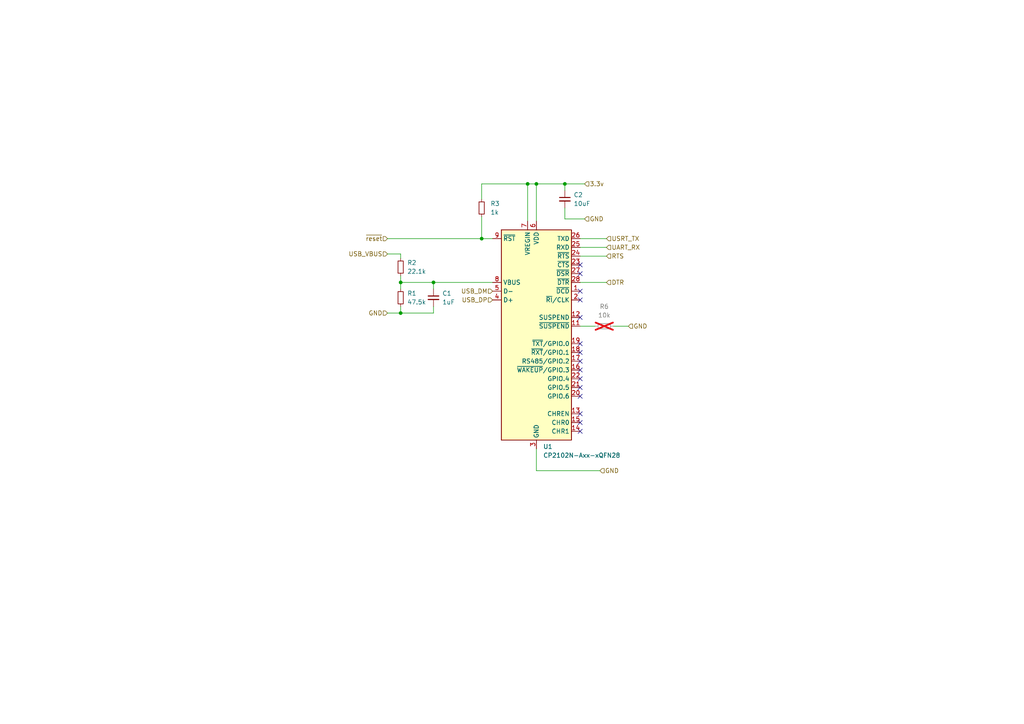
<source format=kicad_sch>
(kicad_sch (version 20230121) (generator eeschema)

  (uuid 1895faed-13c7-4877-930c-ef39a1d7419c)

  (paper "A4")

  (lib_symbols
    (symbol "Device:C_Small" (pin_numbers hide) (pin_names (offset 0.254) hide) (in_bom yes) (on_board yes)
      (property "Reference" "C" (at 0.254 1.778 0)
        (effects (font (size 1.27 1.27)) (justify left))
      )
      (property "Value" "C_Small" (at 0.254 -2.032 0)
        (effects (font (size 1.27 1.27)) (justify left))
      )
      (property "Footprint" "" (at 0 0 0)
        (effects (font (size 1.27 1.27)) hide)
      )
      (property "Datasheet" "~" (at 0 0 0)
        (effects (font (size 1.27 1.27)) hide)
      )
      (property "ki_keywords" "capacitor cap" (at 0 0 0)
        (effects (font (size 1.27 1.27)) hide)
      )
      (property "ki_description" "Unpolarized capacitor, small symbol" (at 0 0 0)
        (effects (font (size 1.27 1.27)) hide)
      )
      (property "ki_fp_filters" "C_*" (at 0 0 0)
        (effects (font (size 1.27 1.27)) hide)
      )
      (symbol "C_Small_0_1"
        (polyline
          (pts
            (xy -1.524 -0.508)
            (xy 1.524 -0.508)
          )
          (stroke (width 0.3302) (type default))
          (fill (type none))
        )
        (polyline
          (pts
            (xy -1.524 0.508)
            (xy 1.524 0.508)
          )
          (stroke (width 0.3048) (type default))
          (fill (type none))
        )
      )
      (symbol "C_Small_1_1"
        (pin passive line (at 0 2.54 270) (length 2.032)
          (name "~" (effects (font (size 1.27 1.27))))
          (number "1" (effects (font (size 1.27 1.27))))
        )
        (pin passive line (at 0 -2.54 90) (length 2.032)
          (name "~" (effects (font (size 1.27 1.27))))
          (number "2" (effects (font (size 1.27 1.27))))
        )
      )
    )
    (symbol "Device:R_Small" (pin_numbers hide) (pin_names (offset 0.254) hide) (in_bom yes) (on_board yes)
      (property "Reference" "R" (at 0.762 0.508 0)
        (effects (font (size 1.27 1.27)) (justify left))
      )
      (property "Value" "R_Small" (at 0.762 -1.016 0)
        (effects (font (size 1.27 1.27)) (justify left))
      )
      (property "Footprint" "" (at 0 0 0)
        (effects (font (size 1.27 1.27)) hide)
      )
      (property "Datasheet" "~" (at 0 0 0)
        (effects (font (size 1.27 1.27)) hide)
      )
      (property "ki_keywords" "R resistor" (at 0 0 0)
        (effects (font (size 1.27 1.27)) hide)
      )
      (property "ki_description" "Resistor, small symbol" (at 0 0 0)
        (effects (font (size 1.27 1.27)) hide)
      )
      (property "ki_fp_filters" "R_*" (at 0 0 0)
        (effects (font (size 1.27 1.27)) hide)
      )
      (symbol "R_Small_0_1"
        (rectangle (start -0.762 1.778) (end 0.762 -1.778)
          (stroke (width 0.2032) (type default))
          (fill (type none))
        )
      )
      (symbol "R_Small_1_1"
        (pin passive line (at 0 2.54 270) (length 0.762)
          (name "~" (effects (font (size 1.27 1.27))))
          (number "1" (effects (font (size 1.27 1.27))))
        )
        (pin passive line (at 0 -2.54 90) (length 0.762)
          (name "~" (effects (font (size 1.27 1.27))))
          (number "2" (effects (font (size 1.27 1.27))))
        )
      )
    )
    (symbol "Interface_USB:CP2102N-Axx-xQFN28" (in_bom yes) (on_board yes)
      (property "Reference" "U" (at -8.89 31.75 0)
        (effects (font (size 1.27 1.27)))
      )
      (property "Value" "CP2102N-Axx-xQFN28" (at 12.7 31.75 0)
        (effects (font (size 1.27 1.27)))
      )
      (property "Footprint" "Package_DFN_QFN:QFN-28-1EP_5x5mm_P0.5mm_EP3.35x3.35mm" (at 33.02 -31.75 0)
        (effects (font (size 1.27 1.27)) hide)
      )
      (property "Datasheet" "https://www.silabs.com/documents/public/data-sheets/cp2102n-datasheet.pdf" (at 1.27 -19.05 0)
        (effects (font (size 1.27 1.27)) hide)
      )
      (property "ki_keywords" "USB UART bridge" (at 0 0 0)
        (effects (font (size 1.27 1.27)) hide)
      )
      (property "ki_description" "USB to UART master bridge, QFN-28" (at 0 0 0)
        (effects (font (size 1.27 1.27)) hide)
      )
      (property "ki_fp_filters" "QFN*1EP*5x5mm*P0.5mm*" (at 0 0 0)
        (effects (font (size 1.27 1.27)) hide)
      )
      (symbol "CP2102N-Axx-xQFN28_0_1"
        (rectangle (start -10.16 30.48) (end 10.16 -30.48)
          (stroke (width 0.254) (type default))
          (fill (type background))
        )
      )
      (symbol "CP2102N-Axx-xQFN28_1_1"
        (pin input line (at 12.7 12.7 180) (length 2.54)
          (name "~{DCD}" (effects (font (size 1.27 1.27))))
          (number "1" (effects (font (size 1.27 1.27))))
        )
        (pin no_connect line (at -10.16 -27.94 0) (length 2.54) hide
          (name "NC" (effects (font (size 1.27 1.27))))
          (number "10" (effects (font (size 1.27 1.27))))
        )
        (pin output line (at 12.7 2.54 180) (length 2.54)
          (name "~{SUSPEND}" (effects (font (size 1.27 1.27))))
          (number "11" (effects (font (size 1.27 1.27))))
        )
        (pin output line (at 12.7 5.08 180) (length 2.54)
          (name "SUSPEND" (effects (font (size 1.27 1.27))))
          (number "12" (effects (font (size 1.27 1.27))))
        )
        (pin output line (at 12.7 -22.86 180) (length 2.54)
          (name "CHREN" (effects (font (size 1.27 1.27))))
          (number "13" (effects (font (size 1.27 1.27))))
        )
        (pin output line (at 12.7 -27.94 180) (length 2.54)
          (name "CHR1" (effects (font (size 1.27 1.27))))
          (number "14" (effects (font (size 1.27 1.27))))
        )
        (pin output line (at 12.7 -25.4 180) (length 2.54)
          (name "CHR0" (effects (font (size 1.27 1.27))))
          (number "15" (effects (font (size 1.27 1.27))))
        )
        (pin bidirectional line (at 12.7 -10.16 180) (length 2.54)
          (name "~{WAKEUP}/GPIO.3" (effects (font (size 1.27 1.27))))
          (number "16" (effects (font (size 1.27 1.27))))
        )
        (pin bidirectional line (at 12.7 -7.62 180) (length 2.54)
          (name "RS485/GPIO.2" (effects (font (size 1.27 1.27))))
          (number "17" (effects (font (size 1.27 1.27))))
        )
        (pin bidirectional line (at 12.7 -5.08 180) (length 2.54)
          (name "~{RXT}/GPIO.1" (effects (font (size 1.27 1.27))))
          (number "18" (effects (font (size 1.27 1.27))))
        )
        (pin bidirectional line (at 12.7 -2.54 180) (length 2.54)
          (name "~{TXT}/GPIO.0" (effects (font (size 1.27 1.27))))
          (number "19" (effects (font (size 1.27 1.27))))
        )
        (pin bidirectional line (at 12.7 10.16 180) (length 2.54)
          (name "~{RI}/CLK" (effects (font (size 1.27 1.27))))
          (number "2" (effects (font (size 1.27 1.27))))
        )
        (pin bidirectional line (at 12.7 -17.78 180) (length 2.54)
          (name "GPIO.6" (effects (font (size 1.27 1.27))))
          (number "20" (effects (font (size 1.27 1.27))))
        )
        (pin bidirectional line (at 12.7 -15.24 180) (length 2.54)
          (name "GPIO.5" (effects (font (size 1.27 1.27))))
          (number "21" (effects (font (size 1.27 1.27))))
        )
        (pin bidirectional line (at 12.7 -12.7 180) (length 2.54)
          (name "GPIO.4" (effects (font (size 1.27 1.27))))
          (number "22" (effects (font (size 1.27 1.27))))
        )
        (pin input line (at 12.7 20.32 180) (length 2.54)
          (name "~{CTS}" (effects (font (size 1.27 1.27))))
          (number "23" (effects (font (size 1.27 1.27))))
        )
        (pin output line (at 12.7 22.86 180) (length 2.54)
          (name "~{RTS}" (effects (font (size 1.27 1.27))))
          (number "24" (effects (font (size 1.27 1.27))))
        )
        (pin input line (at 12.7 25.4 180) (length 2.54)
          (name "RXD" (effects (font (size 1.27 1.27))))
          (number "25" (effects (font (size 1.27 1.27))))
        )
        (pin output line (at 12.7 27.94 180) (length 2.54)
          (name "TXD" (effects (font (size 1.27 1.27))))
          (number "26" (effects (font (size 1.27 1.27))))
        )
        (pin input line (at 12.7 17.78 180) (length 2.54)
          (name "~{DSR}" (effects (font (size 1.27 1.27))))
          (number "27" (effects (font (size 1.27 1.27))))
        )
        (pin output line (at 12.7 15.24 180) (length 2.54)
          (name "~{DTR}" (effects (font (size 1.27 1.27))))
          (number "28" (effects (font (size 1.27 1.27))))
        )
        (pin passive line (at 0 -33.02 90) (length 2.54) hide
          (name "GND" (effects (font (size 1.27 1.27))))
          (number "29" (effects (font (size 1.27 1.27))))
        )
        (pin power_in line (at 0 -33.02 90) (length 2.54)
          (name "GND" (effects (font (size 1.27 1.27))))
          (number "3" (effects (font (size 1.27 1.27))))
        )
        (pin bidirectional line (at -12.7 10.16 0) (length 2.54)
          (name "D+" (effects (font (size 1.27 1.27))))
          (number "4" (effects (font (size 1.27 1.27))))
        )
        (pin bidirectional line (at -12.7 12.7 0) (length 2.54)
          (name "D-" (effects (font (size 1.27 1.27))))
          (number "5" (effects (font (size 1.27 1.27))))
        )
        (pin power_in line (at 0 33.02 270) (length 2.54)
          (name "VDD" (effects (font (size 1.27 1.27))))
          (number "6" (effects (font (size 1.27 1.27))))
        )
        (pin power_in line (at -2.54 33.02 270) (length 2.54)
          (name "VREGIN" (effects (font (size 1.27 1.27))))
          (number "7" (effects (font (size 1.27 1.27))))
        )
        (pin input line (at -12.7 15.24 0) (length 2.54)
          (name "VBUS" (effects (font (size 1.27 1.27))))
          (number "8" (effects (font (size 1.27 1.27))))
        )
        (pin input line (at -12.7 27.94 0) (length 2.54)
          (name "~{RST}" (effects (font (size 1.27 1.27))))
          (number "9" (effects (font (size 1.27 1.27))))
        )
      )
    )
  )

  (junction (at 116.205 81.915) (diameter 0) (color 0 0 0 0)
    (uuid 0ce0c7a5-cbca-4dab-a063-443e3e5e765c)
  )
  (junction (at 116.205 90.805) (diameter 0) (color 0 0 0 0)
    (uuid 4cfa0c5c-a1f4-4edf-9d59-bd2783c8fa58)
  )
  (junction (at 125.73 81.915) (diameter 0) (color 0 0 0 0)
    (uuid 778f9fd3-1507-4c68-8a94-406a4c7c22ab)
  )
  (junction (at 155.575 53.34) (diameter 0) (color 0 0 0 0)
    (uuid 8ba9a772-e00b-4d26-bca4-ee6b92e37db7)
  )
  (junction (at 153.035 53.34) (diameter 0) (color 0 0 0 0)
    (uuid f195bc0a-a351-49eb-bca3-44d5f24b668e)
  )
  (junction (at 163.83 53.34) (diameter 0) (color 0 0 0 0)
    (uuid f7c6060c-d605-459e-a5c1-fc95aa433aba)
  )
  (junction (at 139.7 69.215) (diameter 0) (color 0 0 0 0)
    (uuid f82b53e8-f49c-4b65-aaf9-f6cdf40cea45)
  )

  (no_connect (at 168.275 86.995) (uuid 0d851dce-f6a4-4d0e-8abe-3b549ad34319))
  (no_connect (at 168.275 79.375) (uuid 2278c544-bce3-499d-a7e5-3286880d8a25))
  (no_connect (at 168.275 114.935) (uuid 52ea310d-43d1-43b8-bc9a-0c90eb5aa91b))
  (no_connect (at 168.275 112.395) (uuid 5b115c6f-bc41-4775-91fd-dd5c35c17fde))
  (no_connect (at 168.275 107.315) (uuid 5f2f0a93-3000-4d9d-98a3-7d37f98d93fb))
  (no_connect (at 168.275 76.835) (uuid 735b75f4-27de-4596-8012-d551e8c6c432))
  (no_connect (at 168.275 102.235) (uuid 8af7cef5-b139-4ed3-94f2-c761c2099924))
  (no_connect (at 168.275 109.855) (uuid 9031994d-6dd6-4172-8531-a7fe000fc0d0))
  (no_connect (at 168.275 99.695) (uuid 9a384fcd-915c-413e-aaf8-4ceec81bd8bb))
  (no_connect (at 168.275 92.075) (uuid c56dcccd-dcd7-49e3-a80b-d6ef83ffd048))
  (no_connect (at 168.275 125.095) (uuid c601ba25-88c6-45a4-bc98-8aa5654e96a8))
  (no_connect (at 168.275 120.015) (uuid dfb86b86-0008-4f5f-a195-14473bf02f1f))
  (no_connect (at 168.275 122.555) (uuid eb291df7-cd83-409f-a6eb-dfe6c2870854))
  (no_connect (at 168.275 84.455) (uuid ec887b1a-f21e-4351-acb9-8636851134d5))
  (no_connect (at 168.275 104.775) (uuid fc53e9c3-33fc-488d-9f8c-90d2d86b0149))

  (wire (pts (xy 168.275 71.755) (xy 175.895 71.755))
    (stroke (width 0) (type default))
    (uuid 15ac89b2-2341-40b7-8bbd-7c80d136cf8a)
  )
  (wire (pts (xy 116.205 81.915) (xy 116.205 83.82))
    (stroke (width 0) (type default))
    (uuid 1fc357b7-71c9-42f6-86aa-dcfa353c5d30)
  )
  (wire (pts (xy 116.205 88.9) (xy 116.205 90.805))
    (stroke (width 0) (type default))
    (uuid 2115f323-dd4c-44e4-933e-b6a6adb7f3da)
  )
  (wire (pts (xy 153.035 53.34) (xy 155.575 53.34))
    (stroke (width 0) (type default))
    (uuid 269d7bdc-2a93-4371-b9f5-dc40ada3e1b5)
  )
  (wire (pts (xy 116.205 90.805) (xy 125.73 90.805))
    (stroke (width 0) (type default))
    (uuid 2c1eb157-ef04-44e4-b47c-b82f901c3731)
  )
  (wire (pts (xy 155.575 53.34) (xy 155.575 64.135))
    (stroke (width 0) (type default))
    (uuid 2e676a86-b51b-4515-ba2e-8af9c3d2c9b8)
  )
  (wire (pts (xy 112.395 73.66) (xy 116.205 73.66))
    (stroke (width 0) (type default))
    (uuid 351019d2-e532-4766-8c87-85ab9131bd0e)
  )
  (wire (pts (xy 139.7 69.215) (xy 142.875 69.215))
    (stroke (width 0) (type default))
    (uuid 3914febb-7050-4139-a0bc-52f3f6e7b781)
  )
  (wire (pts (xy 177.8 94.615) (xy 182.245 94.615))
    (stroke (width 0) (type default))
    (uuid 3b3aa545-7601-4146-a17f-54e210509b9a)
  )
  (wire (pts (xy 142.875 81.915) (xy 125.73 81.915))
    (stroke (width 0) (type default))
    (uuid 3f3877d9-41eb-4359-8864-e35d7a645de5)
  )
  (wire (pts (xy 168.275 81.915) (xy 175.895 81.915))
    (stroke (width 0) (type default))
    (uuid 49ea87bf-b6e5-42c5-9b0c-c4758f2b5aa2)
  )
  (wire (pts (xy 112.395 69.215) (xy 139.7 69.215))
    (stroke (width 0) (type default))
    (uuid 4dbde7f2-cd8c-472e-9f7c-75c04021dc9a)
  )
  (wire (pts (xy 168.275 74.295) (xy 175.895 74.295))
    (stroke (width 0) (type default))
    (uuid 4e702fc8-c826-41e2-b155-ce0908b2b1ce)
  )
  (wire (pts (xy 163.83 53.34) (xy 163.83 55.245))
    (stroke (width 0) (type default))
    (uuid 51afdf67-51d3-4311-8174-081a61a98c0e)
  )
  (wire (pts (xy 168.275 94.615) (xy 172.72 94.615))
    (stroke (width 0) (type default))
    (uuid 63003110-3a70-4440-9e1e-b66a3dae7ca4)
  )
  (wire (pts (xy 173.99 136.525) (xy 155.575 136.525))
    (stroke (width 0) (type default))
    (uuid 71b1536b-dfda-459b-893d-ebaa2ffa5054)
  )
  (wire (pts (xy 139.7 62.865) (xy 139.7 69.215))
    (stroke (width 0) (type default))
    (uuid 74c915c9-7090-4c80-936c-9c1bf338713c)
  )
  (wire (pts (xy 125.73 81.915) (xy 125.73 83.82))
    (stroke (width 0) (type default))
    (uuid 750c0402-3fed-4e09-bcd1-710d7c8bdda2)
  )
  (wire (pts (xy 163.83 63.5) (xy 163.83 60.325))
    (stroke (width 0) (type default))
    (uuid 75172807-2c9d-458c-8561-9a99d829187d)
  )
  (wire (pts (xy 155.575 53.34) (xy 163.83 53.34))
    (stroke (width 0) (type default))
    (uuid 76949118-74dc-4d46-8212-0e68eacb0208)
  )
  (wire (pts (xy 116.205 80.01) (xy 116.205 81.915))
    (stroke (width 0) (type default))
    (uuid 7950716d-00b9-417d-9f83-ac841231f292)
  )
  (wire (pts (xy 116.205 73.66) (xy 116.205 74.93))
    (stroke (width 0) (type default))
    (uuid 7c26bd0f-e85c-4ad0-88fd-aaf6d5223e69)
  )
  (wire (pts (xy 155.575 136.525) (xy 155.575 130.175))
    (stroke (width 0) (type default))
    (uuid 933cc00f-6d57-4ced-9335-a472f6d645b7)
  )
  (wire (pts (xy 125.73 81.915) (xy 116.205 81.915))
    (stroke (width 0) (type default))
    (uuid 9bbfb0fc-df17-47c0-94d0-7e0077d9be26)
  )
  (wire (pts (xy 125.73 90.805) (xy 125.73 88.9))
    (stroke (width 0) (type default))
    (uuid 9df35eae-4d9e-48c8-8c71-27c8c408c798)
  )
  (wire (pts (xy 163.83 53.34) (xy 169.545 53.34))
    (stroke (width 0) (type default))
    (uuid ab9ba017-1b33-48c2-b883-c78b804b23f4)
  )
  (wire (pts (xy 168.275 69.215) (xy 175.895 69.215))
    (stroke (width 0) (type default))
    (uuid b56bbc04-0c3b-4675-9764-e8e5a772f1a3)
  )
  (wire (pts (xy 153.035 64.135) (xy 153.035 53.34))
    (stroke (width 0) (type default))
    (uuid c3e5a53d-5041-400f-97f8-4d581111c959)
  )
  (wire (pts (xy 169.545 63.5) (xy 163.83 63.5))
    (stroke (width 0) (type default))
    (uuid c47b68ff-f0f2-48c5-b955-f1604e4d2a71)
  )
  (wire (pts (xy 112.395 90.805) (xy 116.205 90.805))
    (stroke (width 0) (type default))
    (uuid de9d6b51-84f5-4104-ac48-e65fa85db7bf)
  )
  (wire (pts (xy 153.035 53.34) (xy 139.7 53.34))
    (stroke (width 0) (type default))
    (uuid f6042329-59e9-40d0-8ef2-f4f7ede4b64b)
  )
  (wire (pts (xy 139.7 53.34) (xy 139.7 57.785))
    (stroke (width 0) (type default))
    (uuid f7f3e6f8-fa35-4eb5-8712-7a6e1076e41c)
  )

  (hierarchical_label "UART_RX" (shape input) (at 175.895 71.755 0) (fields_autoplaced)
    (effects (font (size 1.27 1.27)) (justify left))
    (uuid 071c3d31-047e-40b5-acd8-ff8665bcd993)
  )
  (hierarchical_label "GND" (shape input) (at 173.99 136.525 0) (fields_autoplaced)
    (effects (font (size 1.27 1.27)) (justify left))
    (uuid 3a157695-9c71-4123-9d47-e9f157bde643)
  )
  (hierarchical_label "DTR" (shape input) (at 175.895 81.915 0) (fields_autoplaced)
    (effects (font (size 1.27 1.27)) (justify left))
    (uuid 3fcb13c1-de0e-460c-9e91-5484be0c779b)
  )
  (hierarchical_label "USRT_TX" (shape input) (at 175.895 69.215 0) (fields_autoplaced)
    (effects (font (size 1.27 1.27)) (justify left))
    (uuid 4c907af6-6e23-4ca1-b947-3d23bb968aee)
  )
  (hierarchical_label "USB_DM" (shape input) (at 142.875 84.455 180) (fields_autoplaced)
    (effects (font (size 1.27 1.27)) (justify right))
    (uuid 516ff335-b481-495e-8090-f80b1464fc60)
  )
  (hierarchical_label "USB_VBUS" (shape input) (at 112.395 73.66 180) (fields_autoplaced)
    (effects (font (size 1.27 1.27)) (justify right))
    (uuid 5d73296f-c333-4e64-ab4b-c6cc760b45f9)
  )
  (hierarchical_label "3.3v" (shape input) (at 169.545 53.34 0) (fields_autoplaced)
    (effects (font (size 1.27 1.27)) (justify left))
    (uuid 8024ad33-32af-4a47-a4e5-3d81b4ff93b6)
  )
  (hierarchical_label "RTS" (shape input) (at 175.895 74.295 0) (fields_autoplaced)
    (effects (font (size 1.27 1.27)) (justify left))
    (uuid 8a2fe29e-645d-4222-b90f-b3fe93a499f1)
  )
  (hierarchical_label "GND" (shape input) (at 112.395 90.805 180) (fields_autoplaced)
    (effects (font (size 1.27 1.27)) (justify right))
    (uuid 8d0d01e3-71c7-4593-80e9-0dc2c9861226)
  )
  (hierarchical_label "GND" (shape input) (at 169.545 63.5 0) (fields_autoplaced)
    (effects (font (size 1.27 1.27)) (justify left))
    (uuid a0ba34f6-907b-4bbe-b444-41b1d14c9f98)
  )
  (hierarchical_label "USB_DP" (shape input) (at 142.875 86.995 180) (fields_autoplaced)
    (effects (font (size 1.27 1.27)) (justify right))
    (uuid b8889fc8-5da7-4bd3-a535-1cc023792c74)
  )
  (hierarchical_label "GND" (shape input) (at 182.245 94.615 0) (fields_autoplaced)
    (effects (font (size 1.27 1.27)) (justify left))
    (uuid d352298d-b6b1-4d0d-8b3a-99826faa5f8c)
  )
  (hierarchical_label "~{reset}" (shape input) (at 112.395 69.215 180) (fields_autoplaced)
    (effects (font (size 1.27 1.27)) (justify right))
    (uuid eb390fb9-4578-4c20-a346-283e09a90815)
  )

  (symbol (lib_id "Device:C_Small") (at 125.73 86.36 0) (unit 1)
    (in_bom yes) (on_board yes) (dnp no) (fields_autoplaced)
    (uuid 16d5e78d-476d-459d-8dbc-0d6c66cafabf)
    (property "Reference" "C1" (at 128.27 85.0963 0)
      (effects (font (size 1.27 1.27)) (justify left))
    )
    (property "Value" "1uF" (at 128.27 87.6363 0)
      (effects (font (size 1.27 1.27)) (justify left))
    )
    (property "Footprint" "" (at 125.73 86.36 0)
      (effects (font (size 1.27 1.27)) hide)
    )
    (property "Datasheet" "~" (at 125.73 86.36 0)
      (effects (font (size 1.27 1.27)) hide)
    )
    (pin "1" (uuid d3edf242-167b-4095-a028-e9b5d7d9dc41))
    (pin "2" (uuid 4e631c2d-79dc-470a-b799-dd88980d9c65))
    (instances
      (project "board"
        (path "/57732dd3-1162-4c3f-88bd-31bf473d124d/767ce4c6-0e55-4543-92f0-34cb8237a544"
          (reference "C1") (unit 1)
        )
      )
    )
  )

  (symbol (lib_id "Device:R_Small") (at 139.7 60.325 0) (unit 1)
    (in_bom yes) (on_board yes) (dnp no) (fields_autoplaced)
    (uuid 615e72ed-9d95-45bb-a298-e84fd91d1ce2)
    (property "Reference" "R3" (at 142.24 59.055 0)
      (effects (font (size 1.27 1.27)) (justify left))
    )
    (property "Value" "1k" (at 142.24 61.595 0)
      (effects (font (size 1.27 1.27)) (justify left))
    )
    (property "Footprint" "" (at 139.7 60.325 0)
      (effects (font (size 1.27 1.27)) hide)
    )
    (property "Datasheet" "~" (at 139.7 60.325 0)
      (effects (font (size 1.27 1.27)) hide)
    )
    (pin "1" (uuid cfcc2c51-0e68-431a-9792-598dd1462f1d))
    (pin "2" (uuid 1b248cba-b8c6-4624-8774-a1157209694a))
    (instances
      (project "board"
        (path "/57732dd3-1162-4c3f-88bd-31bf473d124d/767ce4c6-0e55-4543-92f0-34cb8237a544"
          (reference "R3") (unit 1)
        )
      )
    )
  )

  (symbol (lib_id "Device:R_Small") (at 175.26 94.615 90) (unit 1)
    (in_bom yes) (on_board yes) (dnp yes) (fields_autoplaced)
    (uuid 624af87e-3035-44ba-b304-4746ba31d63e)
    (property "Reference" "R6" (at 175.26 88.9 90)
      (effects (font (size 1.27 1.27)))
    )
    (property "Value" "10k" (at 175.26 91.44 90)
      (effects (font (size 1.27 1.27)))
    )
    (property "Footprint" "" (at 175.26 94.615 0)
      (effects (font (size 1.27 1.27)) hide)
    )
    (property "Datasheet" "~" (at 175.26 94.615 0)
      (effects (font (size 1.27 1.27)) hide)
    )
    (pin "1" (uuid c09d8dac-fdd1-431f-a391-f8f5f140f47c))
    (pin "2" (uuid 6d853571-ec67-4fcc-9a6c-6413ded1158e))
    (instances
      (project "board"
        (path "/57732dd3-1162-4c3f-88bd-31bf473d124d/767ce4c6-0e55-4543-92f0-34cb8237a544"
          (reference "R6") (unit 1)
        )
      )
    )
  )

  (symbol (lib_id "Device:C_Small") (at 163.83 57.785 0) (unit 1)
    (in_bom yes) (on_board yes) (dnp no) (fields_autoplaced)
    (uuid 92de0406-c293-4f1b-8d47-731eb94dcfd1)
    (property "Reference" "C2" (at 166.37 56.5213 0)
      (effects (font (size 1.27 1.27)) (justify left))
    )
    (property "Value" "10uF" (at 166.37 59.0613 0)
      (effects (font (size 1.27 1.27)) (justify left))
    )
    (property "Footprint" "" (at 163.83 57.785 0)
      (effects (font (size 1.27 1.27)) hide)
    )
    (property "Datasheet" "~" (at 163.83 57.785 0)
      (effects (font (size 1.27 1.27)) hide)
    )
    (pin "1" (uuid da3a1164-9d51-4f8a-a7f4-74f73eece635))
    (pin "2" (uuid 73748764-caa0-4d19-ad94-e014c7a1693e))
    (instances
      (project "board"
        (path "/57732dd3-1162-4c3f-88bd-31bf473d124d/767ce4c6-0e55-4543-92f0-34cb8237a544"
          (reference "C2") (unit 1)
        )
      )
    )
  )

  (symbol (lib_id "Device:R_Small") (at 116.205 77.47 0) (unit 1)
    (in_bom yes) (on_board yes) (dnp no) (fields_autoplaced)
    (uuid ecb6c01b-b594-441a-9e5a-b41f6585bd80)
    (property "Reference" "R2" (at 118.11 76.2 0)
      (effects (font (size 1.27 1.27)) (justify left))
    )
    (property "Value" "22.1k" (at 118.11 78.74 0)
      (effects (font (size 1.27 1.27)) (justify left))
    )
    (property "Footprint" "" (at 116.205 77.47 0)
      (effects (font (size 1.27 1.27)) hide)
    )
    (property "Datasheet" "~" (at 116.205 77.47 0)
      (effects (font (size 1.27 1.27)) hide)
    )
    (pin "1" (uuid f07fcb32-465a-421d-b9fd-52eec0e1382d))
    (pin "2" (uuid 662cfa61-7589-423f-8b3c-78f70e4607eb))
    (instances
      (project "board"
        (path "/57732dd3-1162-4c3f-88bd-31bf473d124d/767ce4c6-0e55-4543-92f0-34cb8237a544"
          (reference "R2") (unit 1)
        )
      )
    )
  )

  (symbol (lib_id "Interface_USB:CP2102N-Axx-xQFN28") (at 155.575 97.155 0) (unit 1)
    (in_bom yes) (on_board yes) (dnp no) (fields_autoplaced)
    (uuid eeae58c8-4793-4950-86b4-a8d971680060)
    (property "Reference" "U1" (at 157.5309 129.54 0)
      (effects (font (size 1.27 1.27)) (justify left))
    )
    (property "Value" "CP2102N-Axx-xQFN28" (at 157.5309 132.08 0)
      (effects (font (size 1.27 1.27)) (justify left))
    )
    (property "Footprint" "Package_DFN_QFN:QFN-28-1EP_5x5mm_P0.5mm_EP3.35x3.35mm" (at 188.595 128.905 0)
      (effects (font (size 1.27 1.27)) hide)
    )
    (property "Datasheet" "https://www.silabs.com/documents/public/data-sheets/cp2102n-datasheet.pdf" (at 156.845 116.205 0)
      (effects (font (size 1.27 1.27)) hide)
    )
    (pin "1" (uuid 7519bcdd-b9f8-4163-bdd8-fa6e56fd4015))
    (pin "10" (uuid f63cb31c-c586-425d-b114-9387277f7331))
    (pin "11" (uuid 7d21bf71-cf24-4ce1-87f5-a530f28ed619))
    (pin "12" (uuid bf0e1abf-a2cb-43df-865e-a6cc4372147c))
    (pin "13" (uuid f52b6631-7f5b-4067-8804-c76ac966837c))
    (pin "14" (uuid 6b54f427-fcfa-4bea-819c-1963c9ee7977))
    (pin "15" (uuid 16f7cedc-8725-4285-b575-7faf89411a2d))
    (pin "16" (uuid 776d4ed8-9e3d-4ad3-b6fe-d9ff98ecd1ed))
    (pin "17" (uuid 9382c943-a75d-4993-9792-874290841a13))
    (pin "18" (uuid eb45ffbe-ba09-4105-b6a2-39110b769a4c))
    (pin "19" (uuid 84033915-fb7b-4fe7-a0f4-d0dfe126ee1c))
    (pin "2" (uuid daf822a0-b2d5-4274-9c48-8a8368176cc6))
    (pin "20" (uuid b202e733-11ad-48dc-9831-638fa6aefc20))
    (pin "21" (uuid 4972ef9d-ebea-44ab-9250-de8f6322fc27))
    (pin "22" (uuid 2c7284f9-4496-4661-9f92-c4a3393714f8))
    (pin "23" (uuid 61cb7eb8-a629-482d-bb6d-c558d81aa61e))
    (pin "24" (uuid 8224acf5-3287-4aac-a1a2-be5aae16587b))
    (pin "25" (uuid ea750c50-1655-41f7-ac77-fd8b277948a4))
    (pin "26" (uuid dea14eb1-3671-4531-aef0-118df2a42edb))
    (pin "27" (uuid 9c7da8a2-8910-4c58-82a3-aa9ba51fdf4e))
    (pin "28" (uuid 97bb6795-1860-44c0-b03c-982913b9af46))
    (pin "29" (uuid 073b6012-cdf2-4746-87dd-744177222a9b))
    (pin "3" (uuid 834e3f37-a001-48b1-aff2-fc6ae29e014d))
    (pin "4" (uuid 2a295321-aeaf-472b-8d9c-21a7ca6582aa))
    (pin "5" (uuid ac89c603-7e5d-4a7b-a68f-da2e1ad4e053))
    (pin "6" (uuid b2f691a9-c376-4483-9ff1-0e721a62096d))
    (pin "7" (uuid ca9b043c-778c-4089-95a3-9007ef068d12))
    (pin "8" (uuid b08e3364-9cc4-4848-bf52-cbbf2d584edd))
    (pin "9" (uuid e1c96567-f19e-4e0b-8b0e-1b92dbad7bc8))
    (instances
      (project "board"
        (path "/57732dd3-1162-4c3f-88bd-31bf473d124d/767ce4c6-0e55-4543-92f0-34cb8237a544"
          (reference "U1") (unit 1)
        )
      )
    )
  )

  (symbol (lib_id "Device:R_Small") (at 116.205 86.36 0) (unit 1)
    (in_bom yes) (on_board yes) (dnp no) (fields_autoplaced)
    (uuid f778a2ee-40d4-49c3-a333-d5b21b463a57)
    (property "Reference" "R1" (at 118.11 85.09 0)
      (effects (font (size 1.27 1.27)) (justify left))
    )
    (property "Value" "47.5k" (at 118.11 87.63 0)
      (effects (font (size 1.27 1.27)) (justify left))
    )
    (property "Footprint" "" (at 116.205 86.36 0)
      (effects (font (size 1.27 1.27)) hide)
    )
    (property "Datasheet" "~" (at 116.205 86.36 0)
      (effects (font (size 1.27 1.27)) hide)
    )
    (pin "1" (uuid 02d39114-c5d5-4d25-868c-da2f75200a1a))
    (pin "2" (uuid 43384be3-e131-4bfc-bdb0-a5efcb02e1eb))
    (instances
      (project "board"
        (path "/57732dd3-1162-4c3f-88bd-31bf473d124d/767ce4c6-0e55-4543-92f0-34cb8237a544"
          (reference "R1") (unit 1)
        )
      )
    )
  )
)

</source>
